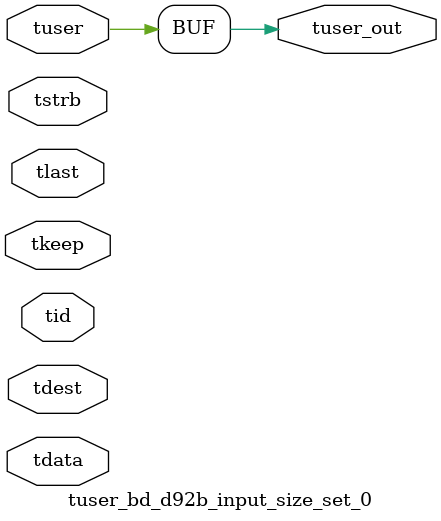
<source format=v>


`timescale 1ps/1ps

module tuser_bd_d92b_input_size_set_0 #
(
parameter C_S_AXIS_TUSER_WIDTH = 1,
parameter C_S_AXIS_TDATA_WIDTH = 32,
parameter C_S_AXIS_TID_WIDTH   = 0,
parameter C_S_AXIS_TDEST_WIDTH = 0,
parameter C_M_AXIS_TUSER_WIDTH = 1
)
(
input  [(C_S_AXIS_TUSER_WIDTH == 0 ? 1 : C_S_AXIS_TUSER_WIDTH)-1:0     ] tuser,
input  [(C_S_AXIS_TDATA_WIDTH == 0 ? 1 : C_S_AXIS_TDATA_WIDTH)-1:0     ] tdata,
input  [(C_S_AXIS_TID_WIDTH   == 0 ? 1 : C_S_AXIS_TID_WIDTH)-1:0       ] tid,
input  [(C_S_AXIS_TDEST_WIDTH == 0 ? 1 : C_S_AXIS_TDEST_WIDTH)-1:0     ] tdest,
input  [(C_S_AXIS_TDATA_WIDTH/8)-1:0 ] tkeep,
input  [(C_S_AXIS_TDATA_WIDTH/8)-1:0 ] tstrb,
input                                                                    tlast,
output [C_M_AXIS_TUSER_WIDTH-1:0] tuser_out
);

assign tuser_out = {tuser[0:0]};

endmodule


</source>
